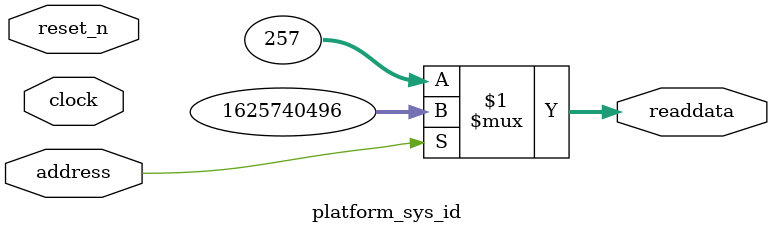
<source format=v>



// synthesis translate_off
`timescale 1ns / 1ps
// synthesis translate_on

// turn off superfluous verilog processor warnings 
// altera message_level Level1 
// altera message_off 10034 10035 10036 10037 10230 10240 10030 

module platform_sys_id (
               // inputs:
                address,
                clock,
                reset_n,

               // outputs:
                readdata
             )
;

  output  [ 31: 0] readdata;
  input            address;
  input            clock;
  input            reset_n;

  wire    [ 31: 0] readdata;
  //control_slave, which is an e_avalon_slave
  assign readdata = address ? 1625740496 : 257;

endmodule




</source>
